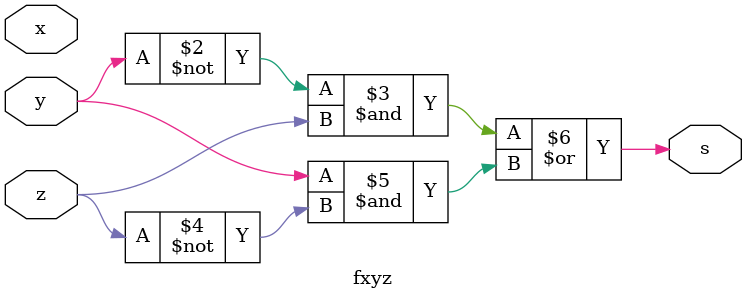
<source format=v>
/*
	Guia_0601c.v
	842536 - Mateus Henrique Medeiros Diniz
*/

module Guia_0601c;
	reg x, y, z;
	wire s;
	reg[2 : 0] m;
	
	fxyz f (s, x, y, z);
	
	initial 
	begin: main
		integer i;
		
		$display("s = (~y & z) | (y & ~z)");
		
		$display("m x y z | s");
		$monitor("%d %b %b %b | %b", m, x, y, z, s);
		
		m = 0;
		x = 0;
		y = 0;
		z = 0;
		
		for(i = 0; i < 7; i++) begin
			#1
			z = ~z;
			
			if((i + 1) % 2 == 0) begin
				y = ~y;
			end
			
			if((i + 1) % 4 == 0) begin
				x = ~x;
			end
			
			m++;
		end
	end
endmodule

module fxyz (output s, input x, y, z);
	assign s = (~y & z) | (y & ~z);
endmodule
</source>
